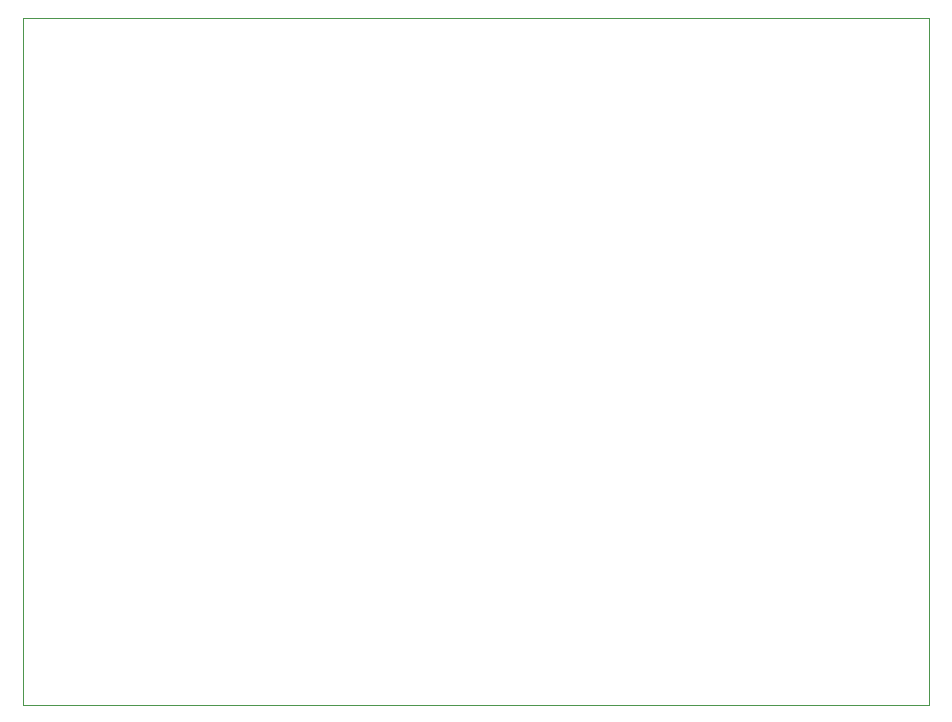
<source format=gbr>
G04 #@! TF.GenerationSoftware,KiCad,Pcbnew,5.1.5+dfsg1-2build2*
G04 #@! TF.CreationDate,2023-01-08T20:57:24+00:00*
G04 #@! TF.ProjectId,rom-reader,726f6d2d-7265-4616-9465-722e6b696361,rev?*
G04 #@! TF.SameCoordinates,Original*
G04 #@! TF.FileFunction,Profile,NP*
%FSLAX46Y46*%
G04 Gerber Fmt 4.6, Leading zero omitted, Abs format (unit mm)*
G04 Created by KiCad (PCBNEW 5.1.5+dfsg1-2build2) date 2023-01-08 20:57:24*
%MOMM*%
%LPD*%
G04 APERTURE LIST*
%ADD10C,0.050000*%
G04 APERTURE END LIST*
D10*
X-1270000Y-40386000D02*
X-1270000Y17780000D01*
X75438000Y-40386000D02*
X-1270000Y-40386000D01*
X75438000Y17780000D02*
X75438000Y-40386000D01*
X-1270000Y17780000D02*
X75438000Y17780000D01*
M02*

</source>
